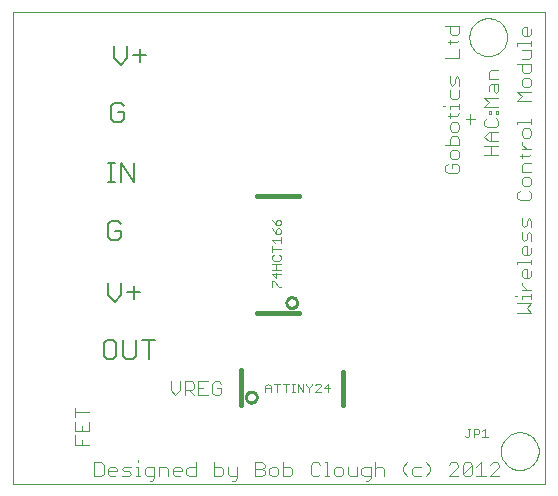
<source format=gto>
G75*
G70*
%OFA0B0*%
%FSLAX24Y24*%
%IPPOS*%
%LPD*%
%AMOC8*
5,1,8,0,0,1.08239X$1,22.5*
%
%ADD10C,0.0000*%
%ADD11C,0.0060*%
%ADD12C,0.0040*%
%ADD13C,0.0100*%
%ADD14C,0.0030*%
%ADD15C,0.0160*%
D10*
X003097Y001522D02*
X003097Y017270D01*
X020814Y017270D01*
X020814Y001522D01*
X003097Y001522D01*
X018299Y016422D02*
X018301Y016472D01*
X018307Y016522D01*
X018317Y016571D01*
X018331Y016619D01*
X018348Y016666D01*
X018369Y016711D01*
X018394Y016755D01*
X018422Y016796D01*
X018454Y016835D01*
X018488Y016872D01*
X018525Y016906D01*
X018565Y016936D01*
X018607Y016963D01*
X018651Y016987D01*
X018697Y017008D01*
X018744Y017024D01*
X018792Y017037D01*
X018842Y017046D01*
X018891Y017051D01*
X018942Y017052D01*
X018992Y017049D01*
X019041Y017042D01*
X019090Y017031D01*
X019138Y017016D01*
X019184Y016998D01*
X019229Y016976D01*
X019272Y016950D01*
X019313Y016921D01*
X019352Y016889D01*
X019388Y016854D01*
X019420Y016816D01*
X019450Y016776D01*
X019477Y016733D01*
X019500Y016689D01*
X019519Y016643D01*
X019535Y016595D01*
X019547Y016546D01*
X019555Y016497D01*
X019559Y016447D01*
X019559Y016397D01*
X019555Y016347D01*
X019547Y016298D01*
X019535Y016249D01*
X019519Y016201D01*
X019500Y016155D01*
X019477Y016111D01*
X019450Y016068D01*
X019420Y016028D01*
X019388Y015990D01*
X019352Y015955D01*
X019313Y015923D01*
X019272Y015894D01*
X019229Y015868D01*
X019184Y015846D01*
X019138Y015828D01*
X019090Y015813D01*
X019041Y015802D01*
X018992Y015795D01*
X018942Y015792D01*
X018891Y015793D01*
X018842Y015798D01*
X018792Y015807D01*
X018744Y015820D01*
X018697Y015836D01*
X018651Y015857D01*
X018607Y015881D01*
X018565Y015908D01*
X018525Y015938D01*
X018488Y015972D01*
X018454Y016009D01*
X018422Y016048D01*
X018394Y016089D01*
X018369Y016133D01*
X018348Y016178D01*
X018331Y016225D01*
X018317Y016273D01*
X018307Y016322D01*
X018301Y016372D01*
X018299Y016422D01*
X019349Y002622D02*
X019351Y002672D01*
X019357Y002722D01*
X019367Y002771D01*
X019381Y002819D01*
X019398Y002866D01*
X019419Y002911D01*
X019444Y002955D01*
X019472Y002996D01*
X019504Y003035D01*
X019538Y003072D01*
X019575Y003106D01*
X019615Y003136D01*
X019657Y003163D01*
X019701Y003187D01*
X019747Y003208D01*
X019794Y003224D01*
X019842Y003237D01*
X019892Y003246D01*
X019941Y003251D01*
X019992Y003252D01*
X020042Y003249D01*
X020091Y003242D01*
X020140Y003231D01*
X020188Y003216D01*
X020234Y003198D01*
X020279Y003176D01*
X020322Y003150D01*
X020363Y003121D01*
X020402Y003089D01*
X020438Y003054D01*
X020470Y003016D01*
X020500Y002976D01*
X020527Y002933D01*
X020550Y002889D01*
X020569Y002843D01*
X020585Y002795D01*
X020597Y002746D01*
X020605Y002697D01*
X020609Y002647D01*
X020609Y002597D01*
X020605Y002547D01*
X020597Y002498D01*
X020585Y002449D01*
X020569Y002401D01*
X020550Y002355D01*
X020527Y002311D01*
X020500Y002268D01*
X020470Y002228D01*
X020438Y002190D01*
X020402Y002155D01*
X020363Y002123D01*
X020322Y002094D01*
X020279Y002068D01*
X020234Y002046D01*
X020188Y002028D01*
X020140Y002013D01*
X020091Y002002D01*
X020042Y001995D01*
X019992Y001992D01*
X019941Y001993D01*
X019892Y001998D01*
X019842Y002007D01*
X019794Y002020D01*
X019747Y002036D01*
X019701Y002057D01*
X019657Y002081D01*
X019615Y002108D01*
X019575Y002138D01*
X019538Y002172D01*
X019504Y002209D01*
X019472Y002248D01*
X019444Y002289D01*
X019419Y002333D01*
X019398Y002378D01*
X019381Y002425D01*
X019367Y002473D01*
X019357Y002522D01*
X019351Y002572D01*
X019349Y002622D01*
D11*
X007825Y006342D02*
X007398Y006342D01*
X007611Y006342D02*
X007611Y005702D01*
X007180Y005809D02*
X007074Y005702D01*
X006860Y005702D01*
X006753Y005809D01*
X006753Y006342D01*
X006536Y006236D02*
X006429Y006342D01*
X006216Y006342D01*
X006109Y006236D01*
X006109Y005809D01*
X006216Y005702D01*
X006429Y005702D01*
X006536Y005809D01*
X006536Y006236D01*
X007180Y006342D02*
X007180Y005809D01*
X007117Y007709D02*
X007117Y008136D01*
X007330Y007922D02*
X006903Y007922D01*
X006686Y007815D02*
X006686Y008242D01*
X006686Y007815D02*
X006472Y007602D01*
X006259Y007815D01*
X006259Y008242D01*
X006366Y009652D02*
X006579Y009652D01*
X006686Y009759D01*
X006686Y009972D01*
X006472Y009972D01*
X006259Y009759D02*
X006366Y009652D01*
X006259Y009759D02*
X006259Y010186D01*
X006366Y010292D01*
X006579Y010292D01*
X006686Y010186D01*
X006689Y011602D02*
X006689Y012242D01*
X007116Y011602D01*
X007116Y012242D01*
X006472Y012242D02*
X006259Y012242D01*
X006366Y012242D02*
X006366Y011602D01*
X006472Y011602D02*
X006259Y011602D01*
X006466Y013602D02*
X006359Y013709D01*
X006359Y014136D01*
X006466Y014242D01*
X006679Y014242D01*
X006786Y014136D01*
X006786Y013922D02*
X006572Y013922D01*
X006786Y013922D02*
X006786Y013709D01*
X006679Y013602D01*
X006466Y013602D01*
X006672Y015502D02*
X006459Y015715D01*
X006459Y016142D01*
X006886Y016142D02*
X006886Y015715D01*
X006672Y015502D01*
X007103Y015822D02*
X007530Y015822D01*
X007317Y016036D02*
X007317Y015609D01*
D12*
X017498Y015728D02*
X017959Y015728D01*
X017959Y016035D01*
X017882Y016265D02*
X017575Y016265D01*
X017652Y016189D02*
X017652Y016342D01*
X017729Y016495D02*
X017652Y016572D01*
X017652Y016802D01*
X017498Y016802D02*
X017959Y016802D01*
X017959Y016572D01*
X017882Y016495D01*
X017729Y016495D01*
X017882Y016265D02*
X017959Y016342D01*
X017882Y015114D02*
X017805Y015038D01*
X017805Y014884D01*
X017729Y014807D01*
X017652Y014884D01*
X017652Y015114D01*
X017882Y015114D02*
X017959Y015038D01*
X017959Y014807D01*
X017959Y014654D02*
X017959Y014424D01*
X017882Y014347D01*
X017729Y014347D01*
X017652Y014424D01*
X017652Y014654D01*
X017959Y014194D02*
X017959Y014040D01*
X017959Y014117D02*
X017652Y014117D01*
X017652Y014040D01*
X017652Y013887D02*
X017652Y013733D01*
X017575Y013810D02*
X017882Y013810D01*
X017959Y013887D01*
X018175Y013695D02*
X018482Y013695D01*
X018329Y013542D02*
X018329Y013849D01*
X017959Y013503D02*
X017882Y013580D01*
X017729Y013580D01*
X017652Y013503D01*
X017652Y013350D01*
X017729Y013273D01*
X017882Y013273D01*
X017959Y013350D01*
X017959Y013503D01*
X017882Y013119D02*
X017729Y013119D01*
X017652Y013043D01*
X017652Y012813D01*
X017498Y012813D02*
X017959Y012813D01*
X017959Y013043D01*
X017882Y013119D01*
X017882Y012659D02*
X017729Y012659D01*
X017652Y012582D01*
X017652Y012429D01*
X017729Y012352D01*
X017882Y012352D01*
X017959Y012429D01*
X017959Y012582D01*
X017882Y012659D01*
X017882Y012199D02*
X017729Y012199D01*
X017729Y012045D01*
X017882Y011892D02*
X017575Y011892D01*
X017498Y011969D01*
X017498Y012122D01*
X017575Y012199D01*
X017882Y012199D02*
X017959Y012122D01*
X017959Y011969D01*
X017882Y011892D01*
X018798Y012492D02*
X019259Y012492D01*
X019029Y012492D02*
X019029Y012799D01*
X019029Y012952D02*
X019029Y013259D01*
X018952Y013259D02*
X019259Y013259D01*
X019182Y013413D02*
X019259Y013489D01*
X019259Y013643D01*
X019182Y013719D01*
X019182Y013873D02*
X019259Y013873D01*
X019259Y013950D01*
X019182Y013950D01*
X019182Y013873D01*
X019029Y013873D02*
X019029Y013950D01*
X018952Y013950D01*
X018952Y013873D01*
X019029Y013873D01*
X018875Y013719D02*
X018798Y013643D01*
X018798Y013489D01*
X018875Y013413D01*
X019182Y013413D01*
X018952Y013259D02*
X018798Y013106D01*
X018952Y012952D01*
X019259Y012952D01*
X019259Y012799D02*
X018798Y012799D01*
X019898Y013533D02*
X019898Y013610D01*
X020359Y013610D01*
X020359Y013533D02*
X020359Y013687D01*
X020282Y013380D02*
X020129Y013380D01*
X020052Y013303D01*
X020052Y013150D01*
X020129Y013073D01*
X020282Y013073D01*
X020359Y013150D01*
X020359Y013303D01*
X020282Y013380D01*
X020052Y012920D02*
X020052Y012843D01*
X020205Y012689D01*
X020052Y012689D02*
X020359Y012689D01*
X020359Y012536D02*
X020282Y012459D01*
X019975Y012459D01*
X020052Y012382D02*
X020052Y012536D01*
X020129Y012229D02*
X020359Y012229D01*
X020129Y012229D02*
X020052Y012152D01*
X020052Y011922D01*
X020359Y011922D01*
X020282Y011769D02*
X020129Y011769D01*
X020052Y011692D01*
X020052Y011538D01*
X020129Y011462D01*
X020282Y011462D01*
X020359Y011538D01*
X020359Y011692D01*
X020282Y011769D01*
X020282Y011308D02*
X020359Y011232D01*
X020359Y011078D01*
X020282Y011001D01*
X019975Y011001D01*
X019898Y011078D01*
X019898Y011232D01*
X019975Y011308D01*
X020052Y010388D02*
X020052Y010157D01*
X020129Y010081D01*
X020205Y010157D01*
X020205Y010311D01*
X020282Y010388D01*
X020359Y010311D01*
X020359Y010081D01*
X020282Y009927D02*
X020205Y009851D01*
X020205Y009697D01*
X020129Y009620D01*
X020052Y009697D01*
X020052Y009927D01*
X020282Y009927D02*
X020359Y009851D01*
X020359Y009620D01*
X020205Y009467D02*
X020129Y009467D01*
X020052Y009390D01*
X020052Y009237D01*
X020129Y009160D01*
X020282Y009160D01*
X020359Y009237D01*
X020359Y009390D01*
X020205Y009467D02*
X020205Y009160D01*
X020359Y009007D02*
X020359Y008853D01*
X020359Y008930D02*
X019898Y008930D01*
X019898Y008853D01*
X020052Y008623D02*
X020129Y008700D01*
X020205Y008700D01*
X020205Y008393D01*
X020129Y008393D02*
X020282Y008393D01*
X020359Y008469D01*
X020359Y008623D01*
X020052Y008623D02*
X020052Y008469D01*
X020129Y008393D01*
X020052Y008239D02*
X020052Y008163D01*
X020205Y008009D01*
X020052Y008009D02*
X020359Y008009D01*
X020359Y007856D02*
X020359Y007702D01*
X020359Y007779D02*
X020052Y007779D01*
X020052Y007702D01*
X019898Y007779D02*
X019822Y007779D01*
X019898Y007549D02*
X020359Y007549D01*
X020205Y007395D01*
X020359Y007242D01*
X019898Y007242D01*
X019226Y002252D02*
X019072Y002252D01*
X018996Y002176D01*
X019226Y002252D02*
X019302Y002176D01*
X019302Y002099D01*
X018996Y001792D01*
X019302Y001792D01*
X018842Y001792D02*
X018535Y001792D01*
X018689Y001792D02*
X018689Y002252D01*
X018535Y002099D01*
X018382Y002176D02*
X018382Y001869D01*
X018305Y001792D01*
X018152Y001792D01*
X018075Y001869D01*
X018382Y002176D01*
X018305Y002252D01*
X018152Y002252D01*
X018075Y002176D01*
X018075Y001869D01*
X017921Y001792D02*
X017615Y001792D01*
X017921Y002099D01*
X017921Y002176D01*
X017845Y002252D01*
X017691Y002252D01*
X017615Y002176D01*
X017001Y002099D02*
X017001Y001945D01*
X016847Y001792D01*
X016694Y001792D02*
X016464Y001792D01*
X016387Y001869D01*
X016387Y002022D01*
X016464Y002099D01*
X016694Y002099D01*
X016847Y002252D02*
X017001Y002099D01*
X016233Y002252D02*
X016080Y002099D01*
X016080Y001945D01*
X016233Y001792D01*
X015466Y001792D02*
X015466Y002022D01*
X015389Y002099D01*
X015236Y002099D01*
X015159Y002022D01*
X015006Y002099D02*
X014776Y002099D01*
X014699Y002022D01*
X014699Y001869D01*
X014776Y001792D01*
X015006Y001792D01*
X015006Y001715D02*
X015006Y002099D01*
X015159Y002252D02*
X015159Y001792D01*
X015006Y001715D02*
X014929Y001638D01*
X014852Y001638D01*
X014546Y001792D02*
X014546Y002099D01*
X014546Y001792D02*
X014315Y001792D01*
X014239Y001869D01*
X014239Y002099D01*
X014085Y002022D02*
X014008Y002099D01*
X013855Y002099D01*
X013778Y002022D01*
X013778Y001869D01*
X013855Y001792D01*
X014008Y001792D01*
X014085Y001869D01*
X014085Y002022D01*
X013625Y001792D02*
X013471Y001792D01*
X013548Y001792D02*
X013548Y002252D01*
X013471Y002252D01*
X013318Y002176D02*
X013241Y002252D01*
X013088Y002252D01*
X013011Y002176D01*
X013011Y001869D01*
X013088Y001792D01*
X013241Y001792D01*
X013318Y001869D01*
X012397Y001869D02*
X012397Y002022D01*
X012320Y002099D01*
X012090Y002099D01*
X012090Y002252D02*
X012090Y001792D01*
X012320Y001792D01*
X012397Y001869D01*
X011937Y001869D02*
X011937Y002022D01*
X011860Y002099D01*
X011707Y002099D01*
X011630Y002022D01*
X011630Y001869D01*
X011707Y001792D01*
X011860Y001792D01*
X011937Y001869D01*
X011476Y001869D02*
X011400Y001792D01*
X011170Y001792D01*
X011170Y002252D01*
X011400Y002252D01*
X011476Y002176D01*
X011476Y002099D01*
X011400Y002022D01*
X011170Y002022D01*
X011400Y002022D02*
X011476Y001945D01*
X011476Y001869D01*
X010556Y001792D02*
X010326Y001792D01*
X010249Y001869D01*
X010249Y002099D01*
X010095Y002022D02*
X010095Y001869D01*
X010019Y001792D01*
X009789Y001792D01*
X009789Y002252D01*
X009789Y002099D02*
X010019Y002099D01*
X010095Y002022D01*
X010402Y001638D02*
X010479Y001638D01*
X010556Y001715D01*
X010556Y002099D01*
X009175Y002099D02*
X008945Y002099D01*
X008868Y002022D01*
X008868Y001869D01*
X008945Y001792D01*
X009175Y001792D01*
X009175Y002252D01*
X008714Y002022D02*
X008714Y001945D01*
X008407Y001945D01*
X008407Y001869D02*
X008407Y002022D01*
X008484Y002099D01*
X008638Y002099D01*
X008714Y002022D01*
X008638Y001792D02*
X008484Y001792D01*
X008407Y001869D01*
X008254Y001792D02*
X008254Y002022D01*
X008177Y002099D01*
X007947Y002099D01*
X007947Y001792D01*
X007794Y001792D02*
X007563Y001792D01*
X007487Y001869D01*
X007487Y002022D01*
X007563Y002099D01*
X007794Y002099D01*
X007794Y001715D01*
X007717Y001638D01*
X007640Y001638D01*
X007333Y001792D02*
X007180Y001792D01*
X007257Y001792D02*
X007257Y002099D01*
X007180Y002099D01*
X007026Y002099D02*
X006796Y002099D01*
X006720Y002022D01*
X006796Y001945D01*
X006950Y001945D01*
X007026Y001869D01*
X006950Y001792D01*
X006720Y001792D01*
X006566Y001945D02*
X006566Y002022D01*
X006489Y002099D01*
X006336Y002099D01*
X006259Y002022D01*
X006259Y001869D01*
X006336Y001792D01*
X006489Y001792D01*
X006566Y001945D02*
X006259Y001945D01*
X006106Y001869D02*
X006106Y002176D01*
X006029Y002252D01*
X005799Y002252D01*
X005799Y001792D01*
X006029Y001792D01*
X006106Y001869D01*
X005609Y002842D02*
X005148Y002842D01*
X005148Y003149D01*
X005148Y003302D02*
X005609Y003302D01*
X005609Y003609D01*
X005379Y003456D02*
X005379Y003302D01*
X005148Y003302D02*
X005148Y003609D01*
X005148Y003763D02*
X005148Y004069D01*
X005148Y003916D02*
X005609Y003916D01*
X005379Y002995D02*
X005379Y002842D01*
X007257Y002329D02*
X007257Y002252D01*
X008502Y004492D02*
X008656Y004645D01*
X008656Y004952D01*
X008809Y004952D02*
X009039Y004952D01*
X009116Y004876D01*
X009116Y004722D01*
X009039Y004645D01*
X008809Y004645D01*
X008809Y004492D02*
X008809Y004952D01*
X008963Y004645D02*
X009116Y004492D01*
X009270Y004492D02*
X009576Y004492D01*
X009730Y004569D02*
X009807Y004492D01*
X009960Y004492D01*
X010037Y004569D01*
X010037Y004722D01*
X009883Y004722D01*
X009730Y004569D02*
X009730Y004876D01*
X009807Y004952D01*
X009960Y004952D01*
X010037Y004876D01*
X009576Y004952D02*
X009270Y004952D01*
X009270Y004492D01*
X009270Y004722D02*
X009423Y004722D01*
X008502Y004492D02*
X008349Y004645D01*
X008349Y004952D01*
X017422Y014117D02*
X017498Y014117D01*
X018798Y014103D02*
X018952Y014257D01*
X018798Y014410D01*
X019259Y014410D01*
X019182Y014563D02*
X019105Y014640D01*
X019105Y014870D01*
X019029Y014870D02*
X019259Y014870D01*
X019259Y014640D01*
X019182Y014563D01*
X018952Y014640D02*
X018952Y014794D01*
X019029Y014870D01*
X018952Y015024D02*
X018952Y015254D01*
X019029Y015331D01*
X019259Y015331D01*
X019259Y015024D02*
X018952Y015024D01*
X018798Y014103D02*
X019259Y014103D01*
X019898Y014301D02*
X020052Y014454D01*
X019898Y014607D01*
X020359Y014607D01*
X020282Y014761D02*
X020129Y014761D01*
X020052Y014838D01*
X020052Y014991D01*
X020129Y015068D01*
X020282Y015068D01*
X020359Y014991D01*
X020359Y014838D01*
X020282Y014761D01*
X020282Y015221D02*
X020129Y015221D01*
X020052Y015298D01*
X020052Y015528D01*
X019898Y015528D02*
X020359Y015528D01*
X020359Y015298D01*
X020282Y015221D01*
X020282Y015682D02*
X020052Y015682D01*
X020282Y015682D02*
X020359Y015758D01*
X020359Y015989D01*
X020052Y015989D01*
X019898Y016142D02*
X019898Y016219D01*
X020359Y016219D01*
X020359Y016295D02*
X020359Y016142D01*
X020282Y016449D02*
X020129Y016449D01*
X020052Y016526D01*
X020052Y016679D01*
X020129Y016756D01*
X020205Y016756D01*
X020205Y016449D01*
X020282Y016449D02*
X020359Y016526D01*
X020359Y016679D01*
X020359Y014301D02*
X019898Y014301D01*
D13*
X012199Y007572D02*
X012201Y007598D01*
X012207Y007624D01*
X012216Y007648D01*
X012229Y007671D01*
X012245Y007692D01*
X012264Y007710D01*
X012285Y007726D01*
X012309Y007738D01*
X012333Y007746D01*
X012359Y007751D01*
X012386Y007752D01*
X012412Y007749D01*
X012437Y007742D01*
X012461Y007732D01*
X012484Y007718D01*
X012504Y007702D01*
X012521Y007682D01*
X012536Y007660D01*
X012547Y007636D01*
X012555Y007611D01*
X012559Y007585D01*
X012559Y007559D01*
X012555Y007533D01*
X012547Y007508D01*
X012536Y007484D01*
X012521Y007462D01*
X012504Y007442D01*
X012484Y007426D01*
X012461Y007412D01*
X012437Y007402D01*
X012412Y007395D01*
X012386Y007392D01*
X012359Y007393D01*
X012333Y007398D01*
X012309Y007406D01*
X012285Y007418D01*
X012264Y007434D01*
X012245Y007452D01*
X012229Y007473D01*
X012216Y007496D01*
X012207Y007520D01*
X012201Y007546D01*
X012199Y007572D01*
X010849Y004422D02*
X010851Y004448D01*
X010857Y004474D01*
X010866Y004498D01*
X010879Y004521D01*
X010895Y004542D01*
X010914Y004560D01*
X010935Y004576D01*
X010959Y004588D01*
X010983Y004596D01*
X011009Y004601D01*
X011036Y004602D01*
X011062Y004599D01*
X011087Y004592D01*
X011111Y004582D01*
X011134Y004568D01*
X011154Y004552D01*
X011171Y004532D01*
X011186Y004510D01*
X011197Y004486D01*
X011205Y004461D01*
X011209Y004435D01*
X011209Y004409D01*
X011205Y004383D01*
X011197Y004358D01*
X011186Y004334D01*
X011171Y004312D01*
X011154Y004292D01*
X011134Y004276D01*
X011111Y004262D01*
X011087Y004252D01*
X011062Y004245D01*
X011036Y004242D01*
X011009Y004243D01*
X010983Y004248D01*
X010959Y004256D01*
X010935Y004268D01*
X010914Y004284D01*
X010895Y004302D01*
X010879Y004323D01*
X010866Y004346D01*
X010857Y004370D01*
X010851Y004396D01*
X010849Y004422D01*
D14*
X011494Y004587D02*
X011494Y004780D01*
X011591Y004877D01*
X011687Y004780D01*
X011687Y004587D01*
X011687Y004732D02*
X011494Y004732D01*
X011788Y004877D02*
X011982Y004877D01*
X011885Y004877D02*
X011885Y004587D01*
X012180Y004587D02*
X012180Y004877D01*
X012083Y004877D02*
X012277Y004877D01*
X012378Y004877D02*
X012474Y004877D01*
X012426Y004877D02*
X012426Y004587D01*
X012378Y004587D02*
X012474Y004587D01*
X012574Y004587D02*
X012574Y004877D01*
X012768Y004587D01*
X012768Y004877D01*
X012869Y004877D02*
X012869Y004829D01*
X012966Y004732D01*
X012966Y004587D01*
X012966Y004732D02*
X013062Y004829D01*
X013062Y004877D01*
X013163Y004829D02*
X013212Y004877D01*
X013309Y004877D01*
X013357Y004829D01*
X013357Y004780D01*
X013163Y004587D01*
X013357Y004587D01*
X013458Y004732D02*
X013652Y004732D01*
X013603Y004587D02*
X013603Y004877D01*
X013458Y004732D01*
X012014Y008087D02*
X011965Y008087D01*
X011772Y008280D01*
X011724Y008280D01*
X011724Y008087D01*
X011869Y008382D02*
X011869Y008575D01*
X011869Y008676D02*
X011869Y008870D01*
X011965Y008971D02*
X012014Y009019D01*
X012014Y009116D01*
X011965Y009164D01*
X011772Y009164D02*
X011724Y009116D01*
X011724Y009019D01*
X011772Y008971D01*
X011965Y008971D01*
X012014Y008870D02*
X011724Y008870D01*
X011724Y008676D02*
X012014Y008676D01*
X012014Y008527D02*
X011724Y008527D01*
X011869Y008382D01*
X011724Y009265D02*
X011724Y009459D01*
X011724Y009362D02*
X012014Y009362D01*
X012014Y009560D02*
X012014Y009754D01*
X012014Y009657D02*
X011724Y009657D01*
X011820Y009560D01*
X011869Y009855D02*
X011772Y009951D01*
X011724Y010048D01*
X011869Y010000D02*
X011869Y009855D01*
X011965Y009855D01*
X012014Y009903D01*
X012014Y010000D01*
X011965Y010048D01*
X011917Y010048D01*
X011869Y010000D01*
X011869Y010149D02*
X011869Y010295D01*
X011917Y010343D01*
X011965Y010343D01*
X012014Y010295D01*
X012014Y010198D01*
X011965Y010149D01*
X011869Y010149D01*
X011772Y010246D01*
X011724Y010343D01*
X018241Y003377D02*
X018337Y003377D01*
X018289Y003377D02*
X018289Y003135D01*
X018241Y003087D01*
X018192Y003087D01*
X018144Y003135D01*
X018438Y003087D02*
X018438Y003377D01*
X018584Y003377D01*
X018632Y003329D01*
X018632Y003232D01*
X018584Y003184D01*
X018438Y003184D01*
X018733Y003280D02*
X018830Y003377D01*
X018830Y003087D01*
X018733Y003087D02*
X018927Y003087D01*
D15*
X014079Y004172D02*
X014079Y005272D01*
X012629Y007222D02*
X011229Y007222D01*
X010679Y005322D02*
X010679Y004172D01*
X011229Y011122D02*
X012629Y011122D01*
M02*

</source>
